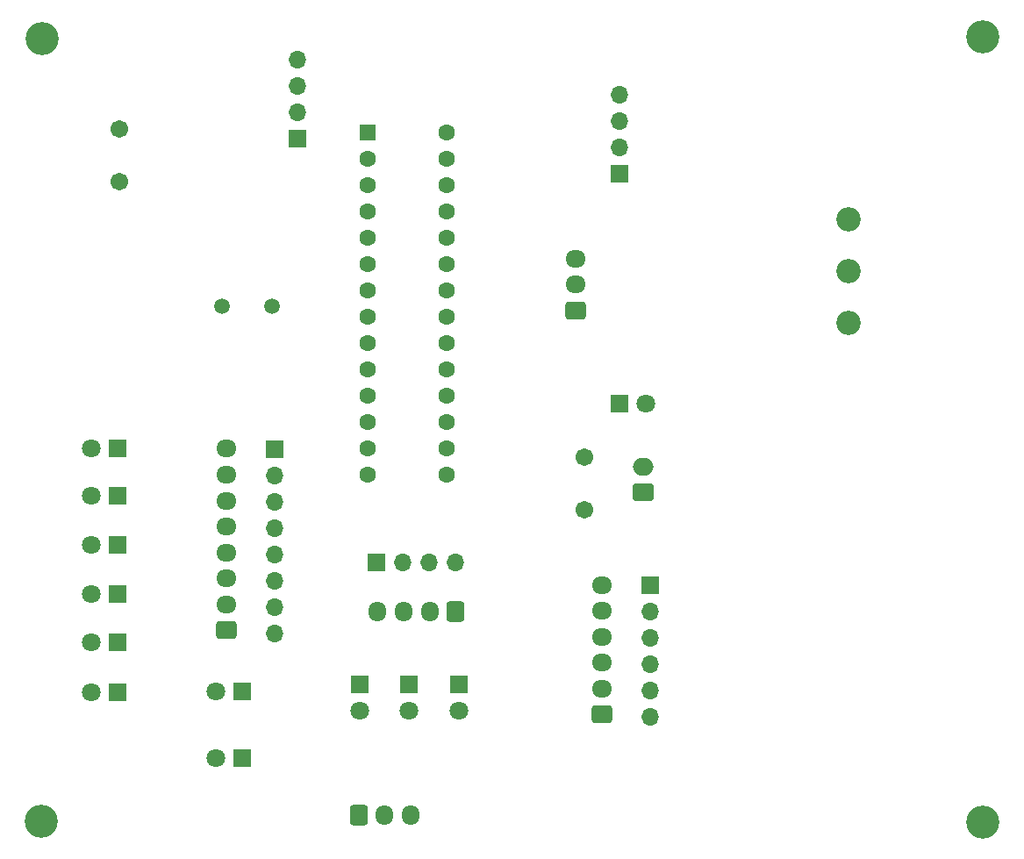
<source format=gbr>
%TF.GenerationSoftware,KiCad,Pcbnew,9.0.0*%
%TF.CreationDate,2025-06-16T14:41:11+03:00*%
%TF.ProjectId,ThorDrive_HW,54686f72-4472-4697-9665-5f48572e6b69,rev?*%
%TF.SameCoordinates,PX16c095cPY63de680*%
%TF.FileFunction,Soldermask,Top*%
%TF.FilePolarity,Negative*%
%FSLAX46Y46*%
G04 Gerber Fmt 4.6, Leading zero omitted, Abs format (unit mm)*
G04 Created by KiCad (PCBNEW 9.0.0) date 2025-06-16 14:41:11*
%MOMM*%
%LPD*%
G01*
G04 APERTURE LIST*
G04 Aperture macros list*
%AMRoundRect*
0 Rectangle with rounded corners*
0 $1 Rounding radius*
0 $2 $3 $4 $5 $6 $7 $8 $9 X,Y pos of 4 corners*
0 Add a 4 corners polygon primitive as box body*
4,1,4,$2,$3,$4,$5,$6,$7,$8,$9,$2,$3,0*
0 Add four circle primitives for the rounded corners*
1,1,$1+$1,$2,$3*
1,1,$1+$1,$4,$5*
1,1,$1+$1,$6,$7*
1,1,$1+$1,$8,$9*
0 Add four rect primitives between the rounded corners*
20,1,$1+$1,$2,$3,$4,$5,0*
20,1,$1+$1,$4,$5,$6,$7,0*
20,1,$1+$1,$6,$7,$8,$9,0*
20,1,$1+$1,$8,$9,$2,$3,0*%
G04 Aperture macros list end*
%ADD10RoundRect,0.250000X0.750000X-0.600000X0.750000X0.600000X-0.750000X0.600000X-0.750000X-0.600000X0*%
%ADD11O,2.000000X1.700000*%
%ADD12C,1.712000*%
%ADD13C,3.200000*%
%ADD14RoundRect,0.250000X0.725000X-0.600000X0.725000X0.600000X-0.725000X0.600000X-0.725000X-0.600000X0*%
%ADD15O,1.950000X1.700000*%
%ADD16R,1.800000X1.800000*%
%ADD17C,1.800000*%
%ADD18C,2.340000*%
%ADD19O,1.700000X1.700000*%
%ADD20R,1.700000X1.700000*%
%ADD21C,1.500000*%
%ADD22RoundRect,0.250000X-0.550000X-0.550000X0.550000X-0.550000X0.550000X0.550000X-0.550000X0.550000X0*%
%ADD23C,1.600000*%
%ADD24RoundRect,0.250000X-0.600000X-0.725000X0.600000X-0.725000X0.600000X0.725000X-0.600000X0.725000X0*%
%ADD25O,1.700000X1.950000*%
%ADD26RoundRect,0.250000X0.600000X0.725000X-0.600000X0.725000X-0.600000X-0.725000X0.600000X-0.725000X0*%
G04 APERTURE END LIST*
D10*
%TO.C,J13*%
X62050000Y35560000D03*
D11*
X62050000Y38060000D03*
%TD*%
D12*
%TO.C,SW3*%
X56350000Y38949500D03*
X56350000Y33949500D03*
%TD*%
D13*
%TO.C,H4*%
X3950000Y3810000D03*
%TD*%
%TO.C,H3*%
X94825000Y3785000D03*
%TD*%
%TO.C,H2*%
X94850000Y79510000D03*
%TD*%
%TO.C,H1*%
X4075000Y79360000D03*
%TD*%
D14*
%TO.C,J4*%
X21842500Y22295000D03*
D15*
X21842500Y24795000D03*
X21842500Y27295000D03*
X21842500Y29795000D03*
X21842500Y32295000D03*
X21842500Y34795000D03*
X21842500Y37295000D03*
X21842500Y39795000D03*
%TD*%
D16*
%TO.C,D7*%
X11350000Y39810000D03*
D17*
X8810000Y39810000D03*
%TD*%
%TO.C,D1*%
X62270000Y44135000D03*
D16*
X59730000Y44135000D03*
%TD*%
D15*
%TO.C,J10*%
X55500000Y58135000D03*
X55500000Y55635000D03*
D14*
X55500000Y53135000D03*
%TD*%
D18*
%TO.C,RV2*%
X81850000Y61935000D03*
X81850000Y56935000D03*
X81850000Y51935000D03*
%TD*%
D15*
%TO.C,J2*%
X58042500Y26645000D03*
X58042500Y24145000D03*
X58042500Y21645000D03*
X58042500Y19145000D03*
X58042500Y16645000D03*
D14*
X58042500Y14145000D03*
%TD*%
D19*
%TO.C,J7*%
X62695000Y13945000D03*
X62695000Y16485000D03*
X62695000Y19025000D03*
X62695000Y21565000D03*
X62695000Y24105000D03*
D20*
X62695000Y26645000D03*
%TD*%
%TO.C,J9*%
X28700000Y69745000D03*
D19*
X28700000Y72285000D03*
X28700000Y74825000D03*
X28700000Y77365000D03*
%TD*%
D16*
%TO.C,D6*%
X23390000Y16375000D03*
D17*
X20850000Y16375000D03*
%TD*%
%TO.C,D11*%
X8780000Y21085000D03*
D16*
X11320000Y21085000D03*
%TD*%
D17*
%TO.C,D9*%
X8805000Y30510000D03*
D16*
X11345000Y30510000D03*
%TD*%
D17*
%TO.C,D8*%
X8810000Y35235000D03*
D16*
X11350000Y35235000D03*
%TD*%
D17*
%TO.C,D10*%
X8810000Y25810000D03*
D16*
X11350000Y25810000D03*
%TD*%
D19*
%TO.C,J5*%
X26500000Y22005000D03*
X26500000Y24545000D03*
X26500000Y27085000D03*
X26500000Y29625000D03*
X26500000Y32165000D03*
X26500000Y34705000D03*
X26500000Y37245000D03*
D20*
X26500000Y39785000D03*
%TD*%
D17*
%TO.C,D12*%
X8785000Y16260000D03*
D16*
X11325000Y16260000D03*
%TD*%
D21*
%TO.C,Y2*%
X21400000Y53585000D03*
X26280000Y53585000D03*
%TD*%
D22*
%TO.C,U1*%
X35480000Y70285000D03*
D23*
X35480000Y67745000D03*
X35480000Y65205000D03*
X35480000Y62665000D03*
X35480000Y60125000D03*
X35480000Y57585000D03*
X35480000Y55045000D03*
X35480000Y52505000D03*
X35480000Y49965000D03*
X35480000Y47425000D03*
X35480000Y44885000D03*
X35480000Y42345000D03*
X35480000Y39805000D03*
X35480000Y37265000D03*
X43100000Y37265000D03*
X43100000Y39805000D03*
X43100000Y42345000D03*
X43100000Y44885000D03*
X43100000Y47425000D03*
X43100000Y49965000D03*
X43100000Y52505000D03*
X43100000Y55045000D03*
X43100000Y57585000D03*
X43100000Y60125000D03*
X43100000Y62665000D03*
X43100000Y65205000D03*
X43100000Y67745000D03*
X43100000Y70285000D03*
%TD*%
D12*
%TO.C,SW1*%
X11500000Y70615000D03*
X11500000Y65615000D03*
%TD*%
D20*
%TO.C,J8*%
X59750000Y66345000D03*
D19*
X59750000Y68885000D03*
X59750000Y71425000D03*
X59750000Y73965000D03*
%TD*%
D20*
%TO.C,J6*%
X36317500Y28820000D03*
D19*
X38857500Y28820000D03*
X41397500Y28820000D03*
X43937500Y28820000D03*
%TD*%
D24*
%TO.C,J3*%
X34592500Y4420000D03*
D25*
X37092500Y4420000D03*
X39592500Y4420000D03*
%TD*%
D26*
%TO.C,J1*%
X43942500Y24045000D03*
D25*
X41442500Y24045000D03*
X38942500Y24045000D03*
X36442500Y24045000D03*
%TD*%
D16*
%TO.C,D5*%
X23380000Y9915000D03*
D17*
X20840000Y9915000D03*
%TD*%
D16*
%TO.C,D4*%
X39450000Y17045000D03*
D17*
X39450000Y14505000D03*
%TD*%
D16*
%TO.C,D3*%
X44310000Y17025000D03*
D17*
X44310000Y14485000D03*
%TD*%
D16*
%TO.C,D2*%
X34690000Y17055000D03*
D17*
X34690000Y14515000D03*
%TD*%
M02*

</source>
